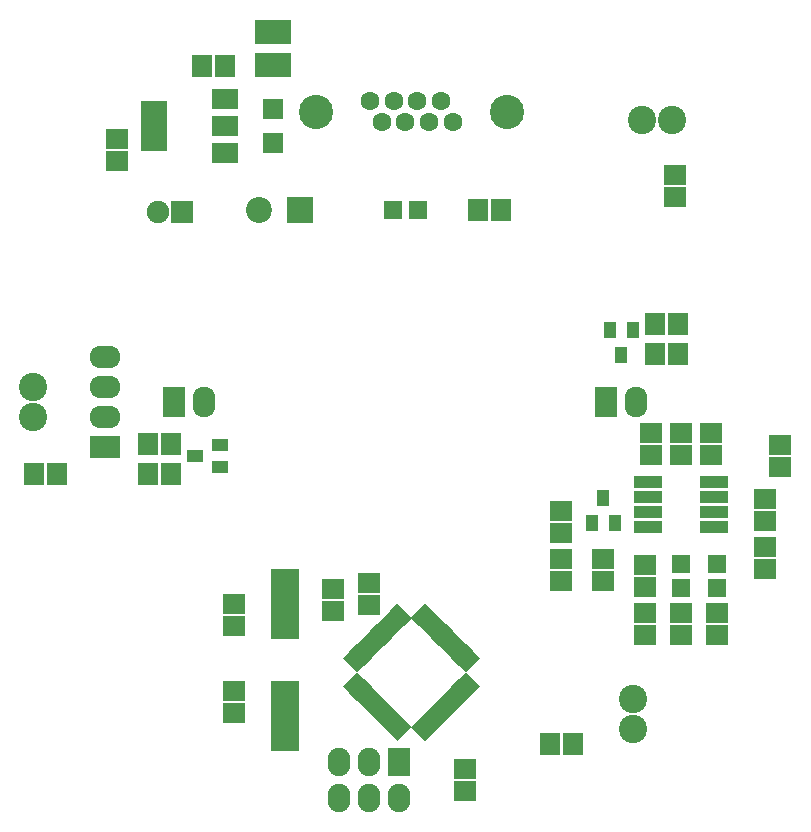
<source format=gts>
G04 #@! TF.FileFunction,Soldermask,Top*
%FSLAX46Y46*%
G04 Gerber Fmt 4.6, Leading zero omitted, Abs format (unit mm)*
G04 Created by KiCad (PCBNEW 4.0.6) date 02/02/18 10:13:17*
%MOMM*%
%LPD*%
G01*
G04 APERTURE LIST*
%ADD10C,0.100000*%
%ADD11R,1.799540X1.700480*%
%ADD12R,1.898600X1.700480*%
%ADD13R,2.200000X2.200000*%
%ADD14C,2.200000*%
%ADD15R,1.700480X1.898600*%
%ADD16C,2.398980*%
%ADD17R,1.598880X1.598880*%
%ADD18R,3.092400X2.000200*%
%ADD19R,1.924000X2.398980*%
%ADD20O,1.924000X2.398980*%
%ADD21R,1.924000X2.599640*%
%ADD22O,1.924000X2.599640*%
%ADD23R,2.200860X1.700480*%
%ADD24R,2.200860X4.199840*%
%ADD25R,2.398980X0.999440*%
%ADD26R,2.398980X5.899100*%
%ADD27R,1.900000X1.900000*%
%ADD28C,1.900000*%
%ADD29R,1.400760X0.999440*%
%ADD30R,0.999440X1.400760*%
%ADD31C,1.598880*%
%ADD32C,2.899360*%
%ADD33R,2.599640X1.924000*%
%ADD34O,2.599640X1.924000*%
G04 APERTURE END LIST*
D10*
D11*
X38608000Y-27866340D03*
X38608000Y-24965660D03*
D12*
X43688000Y-67500500D03*
X43688000Y-65595500D03*
X35306000Y-66865500D03*
X35306000Y-68770500D03*
X54864000Y-80835500D03*
X54864000Y-82740500D03*
X46736000Y-66992500D03*
X46736000Y-65087500D03*
X35306000Y-76136500D03*
X35306000Y-74231500D03*
D13*
X40866000Y-33528000D03*
D14*
X37366000Y-33528000D03*
D15*
X34480500Y-21336000D03*
X32575500Y-21336000D03*
D12*
X25400000Y-27495500D03*
X25400000Y-29400500D03*
X75692000Y-54292500D03*
X75692000Y-52387500D03*
D16*
X72390000Y-25908000D03*
X69850000Y-25908000D03*
X18288000Y-51054000D03*
X18288000Y-48514000D03*
D17*
X73152000Y-63466980D03*
X73152000Y-65565020D03*
X76200000Y-63466980D03*
X76200000Y-65565020D03*
D18*
X38608000Y-21209000D03*
X38608000Y-18415000D03*
D19*
X49276000Y-80269080D03*
D20*
X49276000Y-83306920D03*
X46736000Y-80269080D03*
X46736000Y-83306920D03*
X44196000Y-80269080D03*
X44196000Y-83306920D03*
D21*
X66802000Y-49784000D03*
D22*
X69342000Y-49784000D03*
D21*
X30226000Y-49784000D03*
D22*
X32766000Y-49784000D03*
D12*
X62992000Y-63055500D03*
X62992000Y-64960500D03*
X72644000Y-30543500D03*
X72644000Y-32448500D03*
D15*
X18351500Y-55880000D03*
X20256500Y-55880000D03*
D12*
X66548000Y-64960500D03*
X66548000Y-63055500D03*
D15*
X29908500Y-55880000D03*
X28003500Y-55880000D03*
D12*
X62992000Y-60896500D03*
X62992000Y-58991500D03*
X76200000Y-67627500D03*
X76200000Y-69532500D03*
D15*
X28003500Y-53340000D03*
X29908500Y-53340000D03*
D12*
X73152000Y-69532500D03*
X73152000Y-67627500D03*
X73152000Y-54292500D03*
X73152000Y-52387500D03*
X70104000Y-63563500D03*
X70104000Y-65468500D03*
D15*
X72834500Y-45720000D03*
X70929500Y-45720000D03*
X70929500Y-43180000D03*
X72834500Y-43180000D03*
D12*
X70612000Y-52387500D03*
X70612000Y-54292500D03*
X80264000Y-62039500D03*
X80264000Y-63944500D03*
X81534000Y-53403500D03*
X81534000Y-55308500D03*
X80264000Y-57975500D03*
X80264000Y-59880500D03*
D10*
G36*
X47410235Y-68525690D02*
X48612656Y-69728111D01*
X47940071Y-70400696D01*
X46737650Y-69198275D01*
X47410235Y-68525690D01*
X47410235Y-68525690D01*
G37*
G36*
X46846275Y-69089650D02*
X48048696Y-70292071D01*
X47376111Y-70964656D01*
X46173690Y-69762235D01*
X46846275Y-69089650D01*
X46846275Y-69089650D01*
G37*
G36*
X46280519Y-69655407D02*
X47482940Y-70857828D01*
X46810355Y-71530413D01*
X45607934Y-70327992D01*
X46280519Y-69655407D01*
X46280519Y-69655407D01*
G37*
G36*
X45714763Y-70221163D02*
X46917184Y-71423584D01*
X46244599Y-72096169D01*
X45042178Y-70893748D01*
X45714763Y-70221163D01*
X45714763Y-70221163D01*
G37*
G36*
X45149007Y-70786919D02*
X46351428Y-71989340D01*
X45678843Y-72661925D01*
X44476422Y-71459504D01*
X45149007Y-70786919D01*
X45149007Y-70786919D01*
G37*
G36*
X49107504Y-66828422D02*
X50309925Y-68030843D01*
X49637340Y-68703428D01*
X48434919Y-67501007D01*
X49107504Y-66828422D01*
X49107504Y-66828422D01*
G37*
G36*
X48541748Y-67394178D02*
X49744169Y-68596599D01*
X49071584Y-69269184D01*
X47869163Y-68066763D01*
X48541748Y-67394178D01*
X48541748Y-67394178D01*
G37*
G36*
X47975992Y-67959934D02*
X49178413Y-69162355D01*
X48505828Y-69834940D01*
X47303407Y-68632519D01*
X47975992Y-67959934D01*
X47975992Y-67959934D01*
G37*
G36*
X45678843Y-72626075D02*
X46351428Y-73298660D01*
X45149007Y-74501081D01*
X44476422Y-73828496D01*
X45678843Y-72626075D01*
X45678843Y-72626075D01*
G37*
G36*
X46244599Y-73191831D02*
X46917184Y-73864416D01*
X45714763Y-75066837D01*
X45042178Y-74394252D01*
X46244599Y-73191831D01*
X46244599Y-73191831D01*
G37*
G36*
X46810355Y-73757587D02*
X47482940Y-74430172D01*
X46280519Y-75632593D01*
X45607934Y-74960008D01*
X46810355Y-73757587D01*
X46810355Y-73757587D01*
G37*
G36*
X47376111Y-74323344D02*
X48048696Y-74995929D01*
X46846275Y-76198350D01*
X46173690Y-75525765D01*
X47376111Y-74323344D01*
X47376111Y-74323344D01*
G37*
G36*
X47940071Y-74887304D02*
X48612656Y-75559889D01*
X47410235Y-76762310D01*
X46737650Y-76089725D01*
X47940071Y-74887304D01*
X47940071Y-74887304D01*
G37*
G36*
X48505828Y-75453060D02*
X49178413Y-76125645D01*
X47975992Y-77328066D01*
X47303407Y-76655481D01*
X48505828Y-75453060D01*
X48505828Y-75453060D01*
G37*
G36*
X49071584Y-76018816D02*
X49744169Y-76691401D01*
X48541748Y-77893822D01*
X47869163Y-77221237D01*
X49071584Y-76018816D01*
X49071584Y-76018816D01*
G37*
G36*
X49637340Y-76584572D02*
X50309925Y-77257157D01*
X49107504Y-78459578D01*
X48434919Y-77786993D01*
X49637340Y-76584572D01*
X49637340Y-76584572D01*
G37*
G36*
X50946660Y-76584572D02*
X52149081Y-77786993D01*
X51476496Y-78459578D01*
X50274075Y-77257157D01*
X50946660Y-76584572D01*
X50946660Y-76584572D01*
G37*
G36*
X51512416Y-76018816D02*
X52714837Y-77221237D01*
X52042252Y-77893822D01*
X50839831Y-76691401D01*
X51512416Y-76018816D01*
X51512416Y-76018816D01*
G37*
G36*
X52078172Y-75453060D02*
X53280593Y-76655481D01*
X52608008Y-77328066D01*
X51405587Y-76125645D01*
X52078172Y-75453060D01*
X52078172Y-75453060D01*
G37*
G36*
X52643929Y-74887304D02*
X53846350Y-76089725D01*
X53173765Y-76762310D01*
X51971344Y-75559889D01*
X52643929Y-74887304D01*
X52643929Y-74887304D01*
G37*
G36*
X53207889Y-74323344D02*
X54410310Y-75525765D01*
X53737725Y-76198350D01*
X52535304Y-74995929D01*
X53207889Y-74323344D01*
X53207889Y-74323344D01*
G37*
G36*
X53773645Y-73757587D02*
X54976066Y-74960008D01*
X54303481Y-75632593D01*
X53101060Y-74430172D01*
X53773645Y-73757587D01*
X53773645Y-73757587D01*
G37*
G36*
X54339401Y-73191831D02*
X55541822Y-74394252D01*
X54869237Y-75066837D01*
X53666816Y-73864416D01*
X54339401Y-73191831D01*
X54339401Y-73191831D01*
G37*
G36*
X54905157Y-72626075D02*
X56107578Y-73828496D01*
X55434993Y-74501081D01*
X54232572Y-73298660D01*
X54905157Y-72626075D01*
X54905157Y-72626075D01*
G37*
G36*
X55434993Y-70786919D02*
X56107578Y-71459504D01*
X54905157Y-72661925D01*
X54232572Y-71989340D01*
X55434993Y-70786919D01*
X55434993Y-70786919D01*
G37*
G36*
X54869237Y-70221163D02*
X55541822Y-70893748D01*
X54339401Y-72096169D01*
X53666816Y-71423584D01*
X54869237Y-70221163D01*
X54869237Y-70221163D01*
G37*
G36*
X54303481Y-69655407D02*
X54976066Y-70327992D01*
X53773645Y-71530413D01*
X53101060Y-70857828D01*
X54303481Y-69655407D01*
X54303481Y-69655407D01*
G37*
G36*
X53737725Y-69089650D02*
X54410310Y-69762235D01*
X53207889Y-70964656D01*
X52535304Y-70292071D01*
X53737725Y-69089650D01*
X53737725Y-69089650D01*
G37*
G36*
X53173765Y-68525690D02*
X53846350Y-69198275D01*
X52643929Y-70400696D01*
X51971344Y-69728111D01*
X53173765Y-68525690D01*
X53173765Y-68525690D01*
G37*
G36*
X52608008Y-67959934D02*
X53280593Y-68632519D01*
X52078172Y-69834940D01*
X51405587Y-69162355D01*
X52608008Y-67959934D01*
X52608008Y-67959934D01*
G37*
G36*
X52042252Y-67394178D02*
X52714837Y-68066763D01*
X51512416Y-69269184D01*
X50839831Y-68596599D01*
X52042252Y-67394178D01*
X52042252Y-67394178D01*
G37*
G36*
X51476496Y-66828422D02*
X52149081Y-67501007D01*
X50946660Y-68703428D01*
X50274075Y-68030843D01*
X51476496Y-66828422D01*
X51476496Y-66828422D01*
G37*
D23*
X34495740Y-28717240D03*
X34495740Y-26416000D03*
X34495740Y-24114760D03*
D24*
X28496260Y-26416000D03*
D25*
X70358000Y-56515000D03*
X70358000Y-57785000D03*
X70358000Y-59055000D03*
X70358000Y-60325000D03*
X75946000Y-60325000D03*
X75946000Y-59055000D03*
X75946000Y-57785000D03*
X75946000Y-56515000D03*
D26*
X39624000Y-66878200D03*
X39624000Y-76377800D03*
D27*
X30845000Y-33655000D03*
D28*
X28845000Y-33655000D03*
D16*
X69088000Y-77470000D03*
X69088000Y-74930000D03*
D15*
X63944500Y-78740000D03*
X62039500Y-78740000D03*
D29*
X34076640Y-55308500D03*
X31963360Y-54356000D03*
X34076640Y-53403500D03*
D30*
X69024500Y-43647360D03*
X68072000Y-45760640D03*
X67119500Y-43647360D03*
X65595500Y-59984640D03*
X66548000Y-57871360D03*
X67500500Y-59984640D03*
D12*
X70104000Y-67627500D03*
X70104000Y-69532500D03*
D17*
X50833020Y-33528000D03*
X48734980Y-33528000D03*
D31*
X48770540Y-24328120D03*
X46741080Y-24328120D03*
X47754540Y-26108660D03*
X49784000Y-26108660D03*
X50800000Y-24328120D03*
X51813460Y-26108660D03*
X52829460Y-24328120D03*
X53842920Y-26108660D03*
D32*
X58412380Y-25217120D03*
X42171620Y-25217120D03*
D15*
X57848500Y-33528000D03*
X55943500Y-33528000D03*
D33*
X24384000Y-53594000D03*
D34*
X24384000Y-51054000D03*
X24384000Y-48514000D03*
X24384000Y-45974000D03*
M02*

</source>
